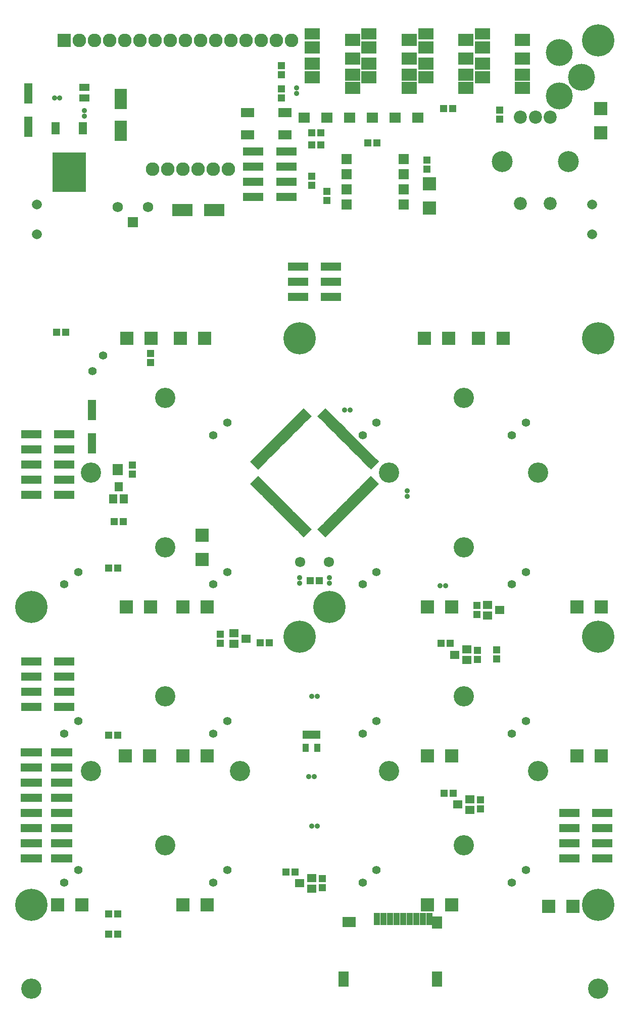
<source format=gbs>
G04 #@! TF.FileFunction,Soldermask,Bot*
%FSLAX46Y46*%
G04 Gerber Fmt 4.6, Leading zero omitted, Abs format (unit mm)*
G04 Created by KiCad (PCBNEW 4.0.4-stable) date 11/10/17 13:29:54*
%MOMM*%
%LPD*%
G01*
G04 APERTURE LIST*
%ADD10C,2.000000*%
%ADD11C,2.279600*%
%ADD12C,0.897840*%
%ADD13C,1.416000*%
%ADD14R,3.400000X1.400000*%
%ADD15R,2.279600X2.279600*%
%ADD16C,2.200000*%
%ADD17C,3.516000*%
%ADD18C,2.178000*%
%ADD19R,1.050000X1.460000*%
%ADD20R,1.670000X1.289000*%
%ADD21R,1.543000X1.416000*%
%ADD22R,1.416000X1.543000*%
%ADD23R,1.289000X1.289000*%
%ADD24R,1.416000X2.051000*%
%ADD25R,5.698440X6.597600*%
%ADD26C,1.720800*%
%ADD27C,4.514800*%
%ADD28R,1.098500X1.997660*%
%ADD29R,1.799540X1.997660*%
%ADD30R,1.799540X2.599640*%
%ADD31R,2.198320X1.799540*%
%ADD32R,1.670000X1.035000*%
%ADD33R,1.800000X1.700000*%
%ADD34R,1.400000X3.400000*%
%ADD35R,2.167840X2.198320*%
%ADD36R,2.198320X2.167840*%
%ADD37R,2.200000X1.500000*%
%ADD38C,1.670000*%
%ADD39C,1.748740*%
%ADD40R,1.748740X1.748740*%
%ADD41R,3.448000X2.051000*%
%ADD42R,3.550000X1.400000*%
%ADD43R,2.647900X1.997660*%
%ADD44R,2.647900X1.898600*%
%ADD45R,1.035000X1.670000*%
%ADD46R,2.051000X3.448000*%
%ADD47C,3.400000*%
%ADD48C,5.400000*%
G04 APERTURE END LIST*
D10*
D11*
X35560000Y-24130000D03*
X33020000Y-24130000D03*
X30480000Y-24130000D03*
X27940000Y-24130000D03*
X25400000Y-24130000D03*
X22860000Y-24130000D03*
D12*
X65532000Y-78023720D03*
X65532000Y-78948280D03*
D13*
X12800000Y-58010000D03*
X14570000Y-55390000D03*
D14*
X2540000Y-78740000D03*
X8080000Y-78740000D03*
X2540000Y-76200000D03*
X8080000Y-76200000D03*
X2540000Y-73660000D03*
X8080000Y-73660000D03*
X2540000Y-71120000D03*
X8080000Y-71120000D03*
X2540000Y-68580000D03*
X8080000Y-68580000D03*
D13*
X35400000Y-66650000D03*
X33050000Y-68750000D03*
D15*
X8000000Y-2500000D03*
D11*
X10540000Y-2500000D03*
X13080000Y-2500000D03*
X15620000Y-2500000D03*
X18160000Y-2500000D03*
X20700000Y-2500000D03*
X23240000Y-2500000D03*
X25780000Y-2500000D03*
X28320000Y-2500000D03*
X30860000Y-2500000D03*
X33400000Y-2500000D03*
X35940000Y-2500000D03*
X38480000Y-2500000D03*
X41020000Y-2500000D03*
X43560000Y-2500000D03*
X46100000Y-2500000D03*
D16*
X89495000Y-15360000D03*
X86995000Y-15360000D03*
X84495000Y-15360000D03*
D17*
X92545000Y-22860000D03*
X81445000Y-22860000D03*
D18*
X84495000Y-29860000D03*
X89495000Y-29860000D03*
D19*
X48550000Y-118900000D03*
X49500000Y-118900000D03*
X50450000Y-118900000D03*
X50450000Y-121100000D03*
X48550000Y-121100000D03*
D12*
X11430000Y-15194280D03*
X11430000Y-14269720D03*
X49000020Y-126000000D03*
X49924580Y-126000000D03*
X47000000Y-10475440D03*
X47000000Y-11400000D03*
X50462280Y-134300000D03*
X49537720Y-134300000D03*
X50462280Y-112500000D03*
X49537720Y-112500000D03*
X52500000Y-92575420D03*
X52500000Y-93499980D03*
X47500000Y-92575420D03*
X47500000Y-93499980D03*
X55000020Y-64500000D03*
X55924580Y-64500000D03*
D20*
X11430000Y-12192000D03*
X11430000Y-10414000D03*
D21*
X36494000Y-103737000D03*
X36494000Y-101959000D03*
X38526000Y-102848000D03*
D22*
X18034000Y-79375000D03*
X16256000Y-79375000D03*
X17145000Y-77343000D03*
D21*
X78968000Y-98919000D03*
X78968000Y-97141000D03*
X81000000Y-98030000D03*
X76032000Y-129771000D03*
X76032000Y-131549000D03*
X74000000Y-130660000D03*
X49532000Y-142961000D03*
X49532000Y-144739000D03*
X47500000Y-143850000D03*
X75532000Y-104651000D03*
X75532000Y-106429000D03*
X73500000Y-105540000D03*
D12*
X6395720Y-12192000D03*
X7320280Y-12192000D03*
D23*
X71628000Y-13970000D03*
X73152000Y-13970000D03*
X81026000Y-15748000D03*
X81026000Y-14224000D03*
X68834000Y-22606000D03*
X68834000Y-24130000D03*
X49530000Y-26797000D03*
X49530000Y-25273000D03*
X44450000Y-10668000D03*
X44450000Y-12192000D03*
X50762000Y-93100000D03*
X49238000Y-93100000D03*
X40908000Y-103554000D03*
X42432000Y-103554000D03*
X34208000Y-103610000D03*
X34208000Y-102086000D03*
X19500000Y-75262000D03*
X19500000Y-73738000D03*
X17907000Y-83185000D03*
X16383000Y-83185000D03*
X80500000Y-104738000D03*
X80500000Y-106262000D03*
X77190000Y-98792000D03*
X77190000Y-97268000D03*
X73262000Y-128755000D03*
X71738000Y-128755000D03*
X77810000Y-129898000D03*
X77810000Y-131422000D03*
X46762000Y-141945000D03*
X45238000Y-141945000D03*
X51310000Y-143088000D03*
X51310000Y-144612000D03*
X72762000Y-103635000D03*
X71238000Y-103635000D03*
X77310000Y-104778000D03*
X77310000Y-106302000D03*
X44450000Y-8262000D03*
X44450000Y-6738000D03*
D24*
X6604000Y-17272000D03*
D25*
X8890000Y-24597360D03*
D24*
X11176000Y-17272000D03*
D26*
X52413000Y-90000000D03*
X47587000Y-90000000D03*
D27*
X91000000Y-11877800D03*
X91025400Y-4557000D03*
X94761600Y-8700000D03*
D28*
X60453600Y-149850000D03*
X61553420Y-149850000D03*
X62653240Y-149850000D03*
X63750520Y-149850000D03*
X64850340Y-149850000D03*
X65950160Y-149850000D03*
X67049980Y-149850000D03*
X68149800Y-149850000D03*
X69249620Y-149850000D03*
D29*
X70550100Y-150449440D03*
D30*
X70550100Y-159949040D03*
X54852900Y-159949040D03*
D31*
X55752060Y-150347840D03*
D32*
X17000000Y-74050000D03*
X17000000Y-74950000D03*
D23*
X60452000Y-19685000D03*
X58928000Y-19685000D03*
D33*
X55364000Y-22386000D03*
X55364000Y-24926000D03*
X55364000Y-27466000D03*
X55364000Y-30006000D03*
X64904000Y-22456000D03*
X64904000Y-24996000D03*
X64904000Y-27536000D03*
X64904000Y-30076000D03*
D13*
X60400000Y-66650000D03*
X58050000Y-68750000D03*
X85400000Y-66650000D03*
X83050000Y-68750000D03*
X10400000Y-91650000D03*
X8050000Y-93750000D03*
X35400000Y-91650000D03*
X33050000Y-93750000D03*
X60400000Y-91650000D03*
X58050000Y-93750000D03*
X85400000Y-91650000D03*
X83050000Y-93750000D03*
X10400000Y-116650000D03*
X8050000Y-118750000D03*
X35377000Y-116650000D03*
X33027000Y-118750000D03*
X60400000Y-116650000D03*
X58050000Y-118750000D03*
X85400000Y-116650000D03*
X83050000Y-118750000D03*
X10400000Y-141650000D03*
X8050000Y-143750000D03*
X35400000Y-141650000D03*
X33050000Y-143750000D03*
X60400000Y-141650000D03*
X58050000Y-143750000D03*
X85400000Y-141650000D03*
X83050000Y-143750000D03*
D34*
X2032000Y-11454000D03*
X2032000Y-16994000D03*
D14*
X47230000Y-45540000D03*
X52770000Y-45540000D03*
X47230000Y-43000000D03*
X52770000Y-43000000D03*
X47230000Y-40460000D03*
X52770000Y-40460000D03*
D34*
X12700000Y-64540000D03*
X12700000Y-70080000D03*
D35*
X98000000Y-13960380D03*
X98000000Y-18039620D03*
X69215000Y-30614620D03*
X69215000Y-26535380D03*
D36*
X18534380Y-52500000D03*
X22613620Y-52500000D03*
X27499980Y-52500000D03*
X31579220Y-52500000D03*
X68420780Y-52500000D03*
X72500020Y-52500000D03*
X81579220Y-52500000D03*
X77499980Y-52500000D03*
X18460380Y-97500000D03*
X22539620Y-97500000D03*
X27937380Y-97500000D03*
X32016620Y-97500000D03*
X68937380Y-97500000D03*
X73016620Y-97500000D03*
X93937380Y-97500000D03*
X98016620Y-97500000D03*
X18280380Y-122500000D03*
X22359620Y-122500000D03*
X27937380Y-122500000D03*
X32016620Y-122500000D03*
X68937380Y-122500000D03*
X73016620Y-122500000D03*
X93937380Y-122500000D03*
X98016620Y-122500000D03*
X6960380Y-147500000D03*
X11039620Y-147500000D03*
X27937380Y-147500000D03*
X32016620Y-147500000D03*
X68937380Y-147500000D03*
X73016620Y-147500000D03*
X89210380Y-147750000D03*
X93289620Y-147750000D03*
D37*
X38810000Y-14660000D03*
X45010000Y-14660000D03*
X45010000Y-18360000D03*
X38810000Y-18360000D03*
D14*
X8080000Y-106680000D03*
X2540000Y-106680000D03*
X8080000Y-109220000D03*
X2540000Y-109220000D03*
X8080000Y-111760000D03*
X2540000Y-111760000D03*
X8080000Y-114300000D03*
X2540000Y-114300000D03*
D23*
X51054000Y-20066000D03*
X49530000Y-20066000D03*
X51054000Y-18034000D03*
X49530000Y-18034000D03*
D14*
X98250000Y-132080000D03*
X92710000Y-132080000D03*
X98250000Y-134620000D03*
X92710000Y-134620000D03*
X98250000Y-137160000D03*
X92710000Y-137160000D03*
X98250000Y-139700000D03*
X92710000Y-139700000D03*
X39730000Y-28810000D03*
X45270000Y-28810000D03*
X39730000Y-26270000D03*
X45270000Y-26270000D03*
X39730000Y-23730000D03*
X45270000Y-23730000D03*
X39730000Y-21190000D03*
X45270000Y-21190000D03*
D12*
X71999980Y-94000000D03*
X71075420Y-94000000D03*
D35*
X31190000Y-89549620D03*
X31190000Y-85470380D03*
D38*
X3500000Y-30000640D03*
X3500000Y-34999360D03*
X96500000Y-34999360D03*
X96500000Y-30000640D03*
D23*
X52070000Y-27813000D03*
X52070000Y-29337000D03*
D39*
X17000000Y-30499980D03*
X22080000Y-30499980D03*
D40*
X19540000Y-32996800D03*
D41*
X33167000Y-31000000D03*
X27833000Y-31000000D03*
D42*
X2540000Y-139700000D03*
X7590000Y-139700000D03*
X2540000Y-137160000D03*
X7590000Y-137160000D03*
X2540000Y-134620000D03*
X7590000Y-134620000D03*
X2540000Y-132080000D03*
X7590000Y-132080000D03*
X7590000Y-121920000D03*
X2540000Y-121920000D03*
X7590000Y-124460000D03*
X2540000Y-124460000D03*
X7590000Y-127000000D03*
X2540000Y-127000000D03*
X7590000Y-129540000D03*
X2540000Y-129540000D03*
D43*
X84873120Y-2398900D03*
X84873120Y-5599300D03*
X84873120Y-8299320D03*
X78126880Y-8698100D03*
D44*
X78126880Y-1398140D03*
D43*
X78126880Y-3699380D03*
X78126880Y-6399400D03*
X84873120Y-10498960D03*
X75373120Y-2398900D03*
X75373120Y-5599300D03*
X75373120Y-8299320D03*
X68626880Y-8698100D03*
D44*
X68626880Y-1398140D03*
D43*
X68626880Y-3699380D03*
X68626880Y-6399400D03*
X75373120Y-10498960D03*
X56373120Y-2398900D03*
X56373120Y-5599300D03*
X56373120Y-8299320D03*
X49626880Y-8698100D03*
D44*
X49626880Y-1398140D03*
D43*
X49626880Y-3699380D03*
X49626880Y-6399400D03*
X56373120Y-10498960D03*
X65873120Y-2398900D03*
X65873120Y-5599300D03*
X65873120Y-8299320D03*
X59126880Y-8698100D03*
D44*
X59126880Y-1398140D03*
D43*
X59126880Y-3699380D03*
X59126880Y-6399400D03*
X65873120Y-10498960D03*
D23*
X8262000Y-51500000D03*
X6738000Y-51500000D03*
X22500000Y-56524000D03*
X22500000Y-55000000D03*
X15476000Y-91000000D03*
X17000000Y-91000000D03*
X15476000Y-119000000D03*
X17000000Y-119000000D03*
X15476000Y-149000000D03*
X17000000Y-149000000D03*
X15476000Y-152400000D03*
X17000000Y-152400000D03*
D45*
X60140000Y-15500000D03*
X59240000Y-15500000D03*
X52520000Y-15500000D03*
X51620000Y-15500000D03*
X48710000Y-15500000D03*
X47810000Y-15500000D03*
X63950000Y-15500000D03*
X63050000Y-15500000D03*
X67760000Y-15500000D03*
X66860000Y-15500000D03*
X55430000Y-15500000D03*
X56330000Y-15500000D03*
D46*
X17500000Y-12333000D03*
X17500000Y-17667000D03*
D10*
G36*
X51838478Y-64181266D02*
X52333453Y-64676241D01*
X50989950Y-66019744D01*
X50494975Y-65524769D01*
X51838478Y-64181266D01*
X51838478Y-64181266D01*
G37*
G36*
X52192031Y-64534819D02*
X52687006Y-65029794D01*
X51343503Y-66373297D01*
X50848528Y-65878322D01*
X52192031Y-64534819D01*
X52192031Y-64534819D01*
G37*
G36*
X52545584Y-64888373D02*
X53040559Y-65383348D01*
X51697056Y-66726851D01*
X51202081Y-66231876D01*
X52545584Y-64888373D01*
X52545584Y-64888373D01*
G37*
G36*
X52899138Y-65241926D02*
X53394113Y-65736901D01*
X52050610Y-67080404D01*
X51555635Y-66585429D01*
X52899138Y-65241926D01*
X52899138Y-65241926D01*
G37*
G36*
X53252691Y-65595480D02*
X53747666Y-66090455D01*
X52404163Y-67433958D01*
X51909188Y-66938983D01*
X53252691Y-65595480D01*
X53252691Y-65595480D01*
G37*
G36*
X53606245Y-65949033D02*
X54101220Y-66444008D01*
X52757717Y-67787511D01*
X52262742Y-67292536D01*
X53606245Y-65949033D01*
X53606245Y-65949033D01*
G37*
G36*
X53959798Y-66302586D02*
X54454773Y-66797561D01*
X53111270Y-68141064D01*
X52616295Y-67646089D01*
X53959798Y-66302586D01*
X53959798Y-66302586D01*
G37*
G36*
X54313351Y-66656140D02*
X54808326Y-67151115D01*
X53464823Y-68494618D01*
X52969848Y-67999643D01*
X54313351Y-66656140D01*
X54313351Y-66656140D01*
G37*
G36*
X54666905Y-67009693D02*
X55161880Y-67504668D01*
X53818377Y-68848171D01*
X53323402Y-68353196D01*
X54666905Y-67009693D01*
X54666905Y-67009693D01*
G37*
G36*
X55020458Y-67363247D02*
X55515433Y-67858222D01*
X54171930Y-69201725D01*
X53676955Y-68706750D01*
X55020458Y-67363247D01*
X55020458Y-67363247D01*
G37*
G36*
X55374011Y-67716800D02*
X55868986Y-68211775D01*
X54525483Y-69555278D01*
X54030508Y-69060303D01*
X55374011Y-67716800D01*
X55374011Y-67716800D01*
G37*
G36*
X55727565Y-68070353D02*
X56222540Y-68565328D01*
X54879037Y-69908831D01*
X54384062Y-69413856D01*
X55727565Y-68070353D01*
X55727565Y-68070353D01*
G37*
G36*
X56081118Y-68423907D02*
X56576093Y-68918882D01*
X55232590Y-70262385D01*
X54737615Y-69767410D01*
X56081118Y-68423907D01*
X56081118Y-68423907D01*
G37*
G36*
X56434672Y-68777460D02*
X56929647Y-69272435D01*
X55586144Y-70615938D01*
X55091169Y-70120963D01*
X56434672Y-68777460D01*
X56434672Y-68777460D01*
G37*
G36*
X56788225Y-69131014D02*
X57283200Y-69625989D01*
X55939697Y-70969492D01*
X55444722Y-70474517D01*
X56788225Y-69131014D01*
X56788225Y-69131014D01*
G37*
G36*
X57141778Y-69484567D02*
X57636753Y-69979542D01*
X56293250Y-71323045D01*
X55798275Y-70828070D01*
X57141778Y-69484567D01*
X57141778Y-69484567D01*
G37*
G36*
X57495332Y-69838120D02*
X57990307Y-70333095D01*
X56646804Y-71676598D01*
X56151829Y-71181623D01*
X57495332Y-69838120D01*
X57495332Y-69838120D01*
G37*
G36*
X57848885Y-70191674D02*
X58343860Y-70686649D01*
X57000357Y-72030152D01*
X56505382Y-71535177D01*
X57848885Y-70191674D01*
X57848885Y-70191674D01*
G37*
G36*
X58202439Y-70545227D02*
X58697414Y-71040202D01*
X57353911Y-72383705D01*
X56858936Y-71888730D01*
X58202439Y-70545227D01*
X58202439Y-70545227D01*
G37*
G36*
X58555992Y-70898780D02*
X59050967Y-71393755D01*
X57707464Y-72737258D01*
X57212489Y-72242283D01*
X58555992Y-70898780D01*
X58555992Y-70898780D01*
G37*
G36*
X58909545Y-71252334D02*
X59404520Y-71747309D01*
X58061017Y-73090812D01*
X57566042Y-72595837D01*
X58909545Y-71252334D01*
X58909545Y-71252334D01*
G37*
G36*
X59263099Y-71605887D02*
X59758074Y-72100862D01*
X58414571Y-73444365D01*
X57919596Y-72949390D01*
X59263099Y-71605887D01*
X59263099Y-71605887D01*
G37*
G36*
X59616652Y-71959441D02*
X60111627Y-72454416D01*
X58768124Y-73797919D01*
X58273149Y-73302944D01*
X59616652Y-71959441D01*
X59616652Y-71959441D01*
G37*
G36*
X59970206Y-72312994D02*
X60465181Y-72807969D01*
X59121678Y-74151472D01*
X58626703Y-73656497D01*
X59970206Y-72312994D01*
X59970206Y-72312994D01*
G37*
G36*
X60323759Y-72666547D02*
X60818734Y-73161522D01*
X59475231Y-74505025D01*
X58980256Y-74010050D01*
X60323759Y-72666547D01*
X60323759Y-72666547D01*
G37*
G36*
X59475231Y-75494975D02*
X60818734Y-76838478D01*
X60323759Y-77333453D01*
X58980256Y-75989950D01*
X59475231Y-75494975D01*
X59475231Y-75494975D01*
G37*
G36*
X59121678Y-75848528D02*
X60465181Y-77192031D01*
X59970206Y-77687006D01*
X58626703Y-76343503D01*
X59121678Y-75848528D01*
X59121678Y-75848528D01*
G37*
G36*
X58768124Y-76202081D02*
X60111627Y-77545584D01*
X59616652Y-78040559D01*
X58273149Y-76697056D01*
X58768124Y-76202081D01*
X58768124Y-76202081D01*
G37*
G36*
X58414571Y-76555635D02*
X59758074Y-77899138D01*
X59263099Y-78394113D01*
X57919596Y-77050610D01*
X58414571Y-76555635D01*
X58414571Y-76555635D01*
G37*
G36*
X58061017Y-76909188D02*
X59404520Y-78252691D01*
X58909545Y-78747666D01*
X57566042Y-77404163D01*
X58061017Y-76909188D01*
X58061017Y-76909188D01*
G37*
G36*
X57707464Y-77262742D02*
X59050967Y-78606245D01*
X58555992Y-79101220D01*
X57212489Y-77757717D01*
X57707464Y-77262742D01*
X57707464Y-77262742D01*
G37*
G36*
X57353911Y-77616295D02*
X58697414Y-78959798D01*
X58202439Y-79454773D01*
X56858936Y-78111270D01*
X57353911Y-77616295D01*
X57353911Y-77616295D01*
G37*
G36*
X57000357Y-77969848D02*
X58343860Y-79313351D01*
X57848885Y-79808326D01*
X56505382Y-78464823D01*
X57000357Y-77969848D01*
X57000357Y-77969848D01*
G37*
G36*
X56646804Y-78323402D02*
X57990307Y-79666905D01*
X57495332Y-80161880D01*
X56151829Y-78818377D01*
X56646804Y-78323402D01*
X56646804Y-78323402D01*
G37*
G36*
X56293250Y-78676955D02*
X57636753Y-80020458D01*
X57141778Y-80515433D01*
X55798275Y-79171930D01*
X56293250Y-78676955D01*
X56293250Y-78676955D01*
G37*
G36*
X55939697Y-79030508D02*
X57283200Y-80374011D01*
X56788225Y-80868986D01*
X55444722Y-79525483D01*
X55939697Y-79030508D01*
X55939697Y-79030508D01*
G37*
G36*
X55586144Y-79384062D02*
X56929647Y-80727565D01*
X56434672Y-81222540D01*
X55091169Y-79879037D01*
X55586144Y-79384062D01*
X55586144Y-79384062D01*
G37*
G36*
X55232590Y-79737615D02*
X56576093Y-81081118D01*
X56081118Y-81576093D01*
X54737615Y-80232590D01*
X55232590Y-79737615D01*
X55232590Y-79737615D01*
G37*
G36*
X54879037Y-80091169D02*
X56222540Y-81434672D01*
X55727565Y-81929647D01*
X54384062Y-80586144D01*
X54879037Y-80091169D01*
X54879037Y-80091169D01*
G37*
G36*
X54525483Y-80444722D02*
X55868986Y-81788225D01*
X55374011Y-82283200D01*
X54030508Y-80939697D01*
X54525483Y-80444722D01*
X54525483Y-80444722D01*
G37*
G36*
X54171930Y-80798275D02*
X55515433Y-82141778D01*
X55020458Y-82636753D01*
X53676955Y-81293250D01*
X54171930Y-80798275D01*
X54171930Y-80798275D01*
G37*
G36*
X53818377Y-81151829D02*
X55161880Y-82495332D01*
X54666905Y-82990307D01*
X53323402Y-81646804D01*
X53818377Y-81151829D01*
X53818377Y-81151829D01*
G37*
G36*
X53464823Y-81505382D02*
X54808326Y-82848885D01*
X54313351Y-83343860D01*
X52969848Y-82000357D01*
X53464823Y-81505382D01*
X53464823Y-81505382D01*
G37*
G36*
X53111270Y-81858936D02*
X54454773Y-83202439D01*
X53959798Y-83697414D01*
X52616295Y-82353911D01*
X53111270Y-81858936D01*
X53111270Y-81858936D01*
G37*
G36*
X52757717Y-82212489D02*
X54101220Y-83555992D01*
X53606245Y-84050967D01*
X52262742Y-82707464D01*
X52757717Y-82212489D01*
X52757717Y-82212489D01*
G37*
G36*
X52404163Y-82566042D02*
X53747666Y-83909545D01*
X53252691Y-84404520D01*
X51909188Y-83061017D01*
X52404163Y-82566042D01*
X52404163Y-82566042D01*
G37*
G36*
X52050610Y-82919596D02*
X53394113Y-84263099D01*
X52899138Y-84758074D01*
X51555635Y-83414571D01*
X52050610Y-82919596D01*
X52050610Y-82919596D01*
G37*
G36*
X51697056Y-83273149D02*
X53040559Y-84616652D01*
X52545584Y-85111627D01*
X51202081Y-83768124D01*
X51697056Y-83273149D01*
X51697056Y-83273149D01*
G37*
G36*
X51343503Y-83626703D02*
X52687006Y-84970206D01*
X52192031Y-85465181D01*
X50848528Y-84121678D01*
X51343503Y-83626703D01*
X51343503Y-83626703D01*
G37*
G36*
X50989950Y-83980256D02*
X52333453Y-85323759D01*
X51838478Y-85818734D01*
X50494975Y-84475231D01*
X50989950Y-83980256D01*
X50989950Y-83980256D01*
G37*
G36*
X49010050Y-83980256D02*
X49505025Y-84475231D01*
X48161522Y-85818734D01*
X47666547Y-85323759D01*
X49010050Y-83980256D01*
X49010050Y-83980256D01*
G37*
G36*
X48656497Y-83626703D02*
X49151472Y-84121678D01*
X47807969Y-85465181D01*
X47312994Y-84970206D01*
X48656497Y-83626703D01*
X48656497Y-83626703D01*
G37*
G36*
X48302944Y-83273149D02*
X48797919Y-83768124D01*
X47454416Y-85111627D01*
X46959441Y-84616652D01*
X48302944Y-83273149D01*
X48302944Y-83273149D01*
G37*
G36*
X47949390Y-82919596D02*
X48444365Y-83414571D01*
X47100862Y-84758074D01*
X46605887Y-84263099D01*
X47949390Y-82919596D01*
X47949390Y-82919596D01*
G37*
G36*
X47595837Y-82566042D02*
X48090812Y-83061017D01*
X46747309Y-84404520D01*
X46252334Y-83909545D01*
X47595837Y-82566042D01*
X47595837Y-82566042D01*
G37*
G36*
X47242283Y-82212489D02*
X47737258Y-82707464D01*
X46393755Y-84050967D01*
X45898780Y-83555992D01*
X47242283Y-82212489D01*
X47242283Y-82212489D01*
G37*
G36*
X46888730Y-81858936D02*
X47383705Y-82353911D01*
X46040202Y-83697414D01*
X45545227Y-83202439D01*
X46888730Y-81858936D01*
X46888730Y-81858936D01*
G37*
G36*
X46535177Y-81505382D02*
X47030152Y-82000357D01*
X45686649Y-83343860D01*
X45191674Y-82848885D01*
X46535177Y-81505382D01*
X46535177Y-81505382D01*
G37*
G36*
X46181623Y-81151829D02*
X46676598Y-81646804D01*
X45333095Y-82990307D01*
X44838120Y-82495332D01*
X46181623Y-81151829D01*
X46181623Y-81151829D01*
G37*
G36*
X45828070Y-80798275D02*
X46323045Y-81293250D01*
X44979542Y-82636753D01*
X44484567Y-82141778D01*
X45828070Y-80798275D01*
X45828070Y-80798275D01*
G37*
G36*
X45474517Y-80444722D02*
X45969492Y-80939697D01*
X44625989Y-82283200D01*
X44131014Y-81788225D01*
X45474517Y-80444722D01*
X45474517Y-80444722D01*
G37*
G36*
X45120963Y-80091169D02*
X45615938Y-80586144D01*
X44272435Y-81929647D01*
X43777460Y-81434672D01*
X45120963Y-80091169D01*
X45120963Y-80091169D01*
G37*
G36*
X44767410Y-79737615D02*
X45262385Y-80232590D01*
X43918882Y-81576093D01*
X43423907Y-81081118D01*
X44767410Y-79737615D01*
X44767410Y-79737615D01*
G37*
G36*
X44413856Y-79384062D02*
X44908831Y-79879037D01*
X43565328Y-81222540D01*
X43070353Y-80727565D01*
X44413856Y-79384062D01*
X44413856Y-79384062D01*
G37*
G36*
X44060303Y-79030508D02*
X44555278Y-79525483D01*
X43211775Y-80868986D01*
X42716800Y-80374011D01*
X44060303Y-79030508D01*
X44060303Y-79030508D01*
G37*
G36*
X43706750Y-78676955D02*
X44201725Y-79171930D01*
X42858222Y-80515433D01*
X42363247Y-80020458D01*
X43706750Y-78676955D01*
X43706750Y-78676955D01*
G37*
G36*
X43353196Y-78323402D02*
X43848171Y-78818377D01*
X42504668Y-80161880D01*
X42009693Y-79666905D01*
X43353196Y-78323402D01*
X43353196Y-78323402D01*
G37*
G36*
X42999643Y-77969848D02*
X43494618Y-78464823D01*
X42151115Y-79808326D01*
X41656140Y-79313351D01*
X42999643Y-77969848D01*
X42999643Y-77969848D01*
G37*
G36*
X42646089Y-77616295D02*
X43141064Y-78111270D01*
X41797561Y-79454773D01*
X41302586Y-78959798D01*
X42646089Y-77616295D01*
X42646089Y-77616295D01*
G37*
G36*
X42292536Y-77262742D02*
X42787511Y-77757717D01*
X41444008Y-79101220D01*
X40949033Y-78606245D01*
X42292536Y-77262742D01*
X42292536Y-77262742D01*
G37*
G36*
X41938983Y-76909188D02*
X42433958Y-77404163D01*
X41090455Y-78747666D01*
X40595480Y-78252691D01*
X41938983Y-76909188D01*
X41938983Y-76909188D01*
G37*
G36*
X41585429Y-76555635D02*
X42080404Y-77050610D01*
X40736901Y-78394113D01*
X40241926Y-77899138D01*
X41585429Y-76555635D01*
X41585429Y-76555635D01*
G37*
G36*
X41231876Y-76202081D02*
X41726851Y-76697056D01*
X40383348Y-78040559D01*
X39888373Y-77545584D01*
X41231876Y-76202081D01*
X41231876Y-76202081D01*
G37*
G36*
X40878322Y-75848528D02*
X41373297Y-76343503D01*
X40029794Y-77687006D01*
X39534819Y-77192031D01*
X40878322Y-75848528D01*
X40878322Y-75848528D01*
G37*
G36*
X40524769Y-75494975D02*
X41019744Y-75989950D01*
X39676241Y-77333453D01*
X39181266Y-76838478D01*
X40524769Y-75494975D01*
X40524769Y-75494975D01*
G37*
G36*
X39676241Y-72666547D02*
X41019744Y-74010050D01*
X40524769Y-74505025D01*
X39181266Y-73161522D01*
X39676241Y-72666547D01*
X39676241Y-72666547D01*
G37*
G36*
X40029794Y-72312994D02*
X41373297Y-73656497D01*
X40878322Y-74151472D01*
X39534819Y-72807969D01*
X40029794Y-72312994D01*
X40029794Y-72312994D01*
G37*
G36*
X40383348Y-71959441D02*
X41726851Y-73302944D01*
X41231876Y-73797919D01*
X39888373Y-72454416D01*
X40383348Y-71959441D01*
X40383348Y-71959441D01*
G37*
G36*
X40736901Y-71605887D02*
X42080404Y-72949390D01*
X41585429Y-73444365D01*
X40241926Y-72100862D01*
X40736901Y-71605887D01*
X40736901Y-71605887D01*
G37*
G36*
X41090455Y-71252334D02*
X42433958Y-72595837D01*
X41938983Y-73090812D01*
X40595480Y-71747309D01*
X41090455Y-71252334D01*
X41090455Y-71252334D01*
G37*
G36*
X41444008Y-70898780D02*
X42787511Y-72242283D01*
X42292536Y-72737258D01*
X40949033Y-71393755D01*
X41444008Y-70898780D01*
X41444008Y-70898780D01*
G37*
G36*
X41797561Y-70545227D02*
X43141064Y-71888730D01*
X42646089Y-72383705D01*
X41302586Y-71040202D01*
X41797561Y-70545227D01*
X41797561Y-70545227D01*
G37*
G36*
X42151115Y-70191674D02*
X43494618Y-71535177D01*
X42999643Y-72030152D01*
X41656140Y-70686649D01*
X42151115Y-70191674D01*
X42151115Y-70191674D01*
G37*
G36*
X42504668Y-69838120D02*
X43848171Y-71181623D01*
X43353196Y-71676598D01*
X42009693Y-70333095D01*
X42504668Y-69838120D01*
X42504668Y-69838120D01*
G37*
G36*
X42858222Y-69484567D02*
X44201725Y-70828070D01*
X43706750Y-71323045D01*
X42363247Y-69979542D01*
X42858222Y-69484567D01*
X42858222Y-69484567D01*
G37*
G36*
X43211775Y-69131014D02*
X44555278Y-70474517D01*
X44060303Y-70969492D01*
X42716800Y-69625989D01*
X43211775Y-69131014D01*
X43211775Y-69131014D01*
G37*
G36*
X43565328Y-68777460D02*
X44908831Y-70120963D01*
X44413856Y-70615938D01*
X43070353Y-69272435D01*
X43565328Y-68777460D01*
X43565328Y-68777460D01*
G37*
G36*
X43918882Y-68423907D02*
X45262385Y-69767410D01*
X44767410Y-70262385D01*
X43423907Y-68918882D01*
X43918882Y-68423907D01*
X43918882Y-68423907D01*
G37*
G36*
X44272435Y-68070353D02*
X45615938Y-69413856D01*
X45120963Y-69908831D01*
X43777460Y-68565328D01*
X44272435Y-68070353D01*
X44272435Y-68070353D01*
G37*
G36*
X44625989Y-67716800D02*
X45969492Y-69060303D01*
X45474517Y-69555278D01*
X44131014Y-68211775D01*
X44625989Y-67716800D01*
X44625989Y-67716800D01*
G37*
G36*
X44979542Y-67363247D02*
X46323045Y-68706750D01*
X45828070Y-69201725D01*
X44484567Y-67858222D01*
X44979542Y-67363247D01*
X44979542Y-67363247D01*
G37*
G36*
X45333095Y-67009693D02*
X46676598Y-68353196D01*
X46181623Y-68848171D01*
X44838120Y-67504668D01*
X45333095Y-67009693D01*
X45333095Y-67009693D01*
G37*
G36*
X45686649Y-66656140D02*
X47030152Y-67999643D01*
X46535177Y-68494618D01*
X45191674Y-67151115D01*
X45686649Y-66656140D01*
X45686649Y-66656140D01*
G37*
G36*
X46040202Y-66302586D02*
X47383705Y-67646089D01*
X46888730Y-68141064D01*
X45545227Y-66797561D01*
X46040202Y-66302586D01*
X46040202Y-66302586D01*
G37*
G36*
X46393755Y-65949033D02*
X47737258Y-67292536D01*
X47242283Y-67787511D01*
X45898780Y-66444008D01*
X46393755Y-65949033D01*
X46393755Y-65949033D01*
G37*
G36*
X46747309Y-65595480D02*
X48090812Y-66938983D01*
X47595837Y-67433958D01*
X46252334Y-66090455D01*
X46747309Y-65595480D01*
X46747309Y-65595480D01*
G37*
G36*
X47100862Y-65241926D02*
X48444365Y-66585429D01*
X47949390Y-67080404D01*
X46605887Y-65736901D01*
X47100862Y-65241926D01*
X47100862Y-65241926D01*
G37*
G36*
X47454416Y-64888373D02*
X48797919Y-66231876D01*
X48302944Y-66726851D01*
X46959441Y-65383348D01*
X47454416Y-64888373D01*
X47454416Y-64888373D01*
G37*
G36*
X47807969Y-64534819D02*
X49151472Y-65878322D01*
X48656497Y-66373297D01*
X47312994Y-65029794D01*
X47807969Y-64534819D01*
X47807969Y-64534819D01*
G37*
G36*
X48161522Y-64181266D02*
X49505025Y-65524769D01*
X49010050Y-66019744D01*
X47666547Y-64676241D01*
X48161522Y-64181266D01*
X48161522Y-64181266D01*
G37*
D47*
X75000000Y-137500000D03*
X12500000Y-75000000D03*
X87500000Y-75000000D03*
X25000000Y-62500000D03*
X62500000Y-75000000D03*
X25000000Y-87500000D03*
X25000000Y-137500000D03*
X37500000Y-125000000D03*
X75000000Y-62500000D03*
X25000000Y-112500000D03*
X12500000Y-125000000D03*
X75000000Y-87500000D03*
D48*
X47500000Y-52500000D03*
X97500000Y-52500000D03*
X52500000Y-97500000D03*
X47500000Y-102500000D03*
X97500000Y-2500000D03*
X97500000Y-102500000D03*
X2500000Y-97500000D03*
X2500000Y-147500000D03*
X97500000Y-147500000D03*
D47*
X97500000Y-161500000D03*
X87500000Y-125000000D03*
X2500000Y-161500000D03*
X75000000Y-112500000D03*
X62500000Y-125000000D03*
M02*

</source>
